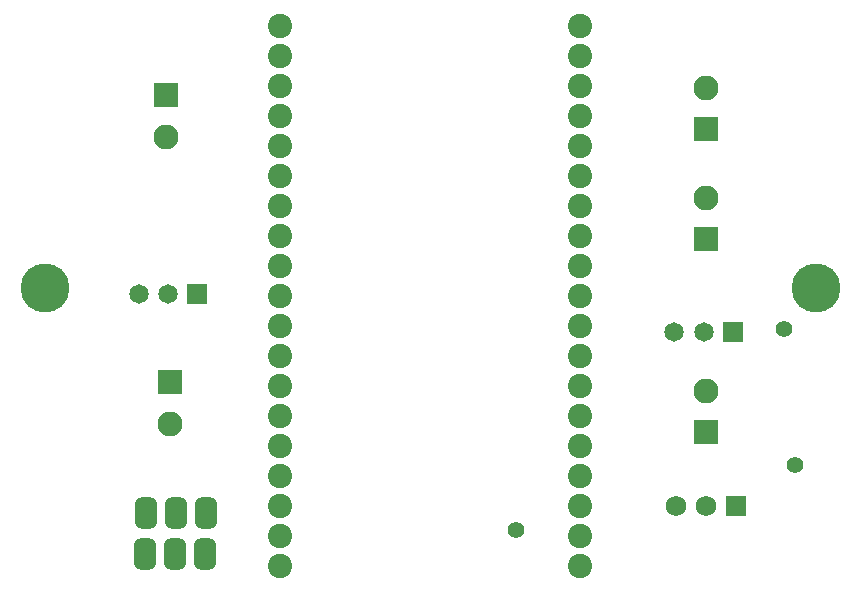
<source format=gbs>
G04*
G04 #@! TF.GenerationSoftware,Altium Limited,Altium Designer,22.0.2 (36)*
G04*
G04 Layer_Color=16711935*
%FSLAX23Y23*%
%MOIN*%
G70*
G04*
G04 #@! TF.SameCoordinates,F56BB060-458F-4204-93A6-019121B336C4*
G04*
G04*
G04 #@! TF.FilePolarity,Negative*
G04*
G01*
G75*
%ADD34C,0.065*%
%ADD35R,0.065X0.065*%
%ADD36C,0.083*%
%ADD37R,0.083X0.083*%
G04:AMPARAMS|DCode=38|XSize=73mil|YSize=104mil|CornerRadius=20mil|HoleSize=0mil|Usage=FLASHONLY|Rotation=180.000|XOffset=0mil|YOffset=0mil|HoleType=Round|Shape=RoundedRectangle|*
%AMROUNDEDRECTD38*
21,1,0.073,0.065,0,0,180.0*
21,1,0.033,0.104,0,0,180.0*
1,1,0.039,-0.017,0.032*
1,1,0.039,0.017,0.032*
1,1,0.039,0.017,-0.032*
1,1,0.039,-0.017,-0.032*
%
%ADD38ROUNDEDRECTD38*%
%ADD39R,0.069X0.069*%
%ADD40C,0.069*%
%ADD41C,0.163*%
%ADD42C,0.081*%
%ADD43C,0.056*%
D34*
X3328Y1775D02*
D03*
X3427D02*
D03*
X1542Y1900D02*
D03*
X1640D02*
D03*
D35*
X3525Y1775D02*
D03*
X1738Y1900D02*
D03*
D36*
X3432Y1578D02*
D03*
Y2221D02*
D03*
Y2589D02*
D03*
X1633Y2425D02*
D03*
X1648Y1469D02*
D03*
D37*
X3432Y1440D02*
D03*
Y2084D02*
D03*
Y2451D02*
D03*
X1633Y2563D02*
D03*
X1648Y1607D02*
D03*
D38*
X1765Y1035D02*
D03*
X1665D02*
D03*
X1565D02*
D03*
X1767Y1170D02*
D03*
X1667D02*
D03*
X1567D02*
D03*
D39*
X3532Y1195D02*
D03*
D40*
X3432D02*
D03*
X3332D02*
D03*
D41*
X1230Y1920D02*
D03*
X3800D02*
D03*
D42*
X3015Y2495D02*
D03*
Y2595D02*
D03*
Y2695D02*
D03*
Y2795D02*
D03*
Y2395D02*
D03*
Y2295D02*
D03*
Y2195D02*
D03*
Y2095D02*
D03*
Y1995D02*
D03*
Y1895D02*
D03*
Y1495D02*
D03*
Y1595D02*
D03*
Y1695D02*
D03*
Y1795D02*
D03*
Y1395D02*
D03*
Y1295D02*
D03*
Y1195D02*
D03*
Y1095D02*
D03*
Y995D02*
D03*
X2015Y2495D02*
D03*
Y2595D02*
D03*
Y2695D02*
D03*
Y2795D02*
D03*
Y2395D02*
D03*
Y2295D02*
D03*
Y2195D02*
D03*
Y2095D02*
D03*
Y1995D02*
D03*
Y1895D02*
D03*
Y1495D02*
D03*
Y1595D02*
D03*
Y1695D02*
D03*
Y1795D02*
D03*
Y1395D02*
D03*
Y1295D02*
D03*
Y1195D02*
D03*
Y1095D02*
D03*
Y995D02*
D03*
D43*
X3730Y1330D02*
D03*
X3695Y1785D02*
D03*
X2800Y1115D02*
D03*
M02*

</source>
